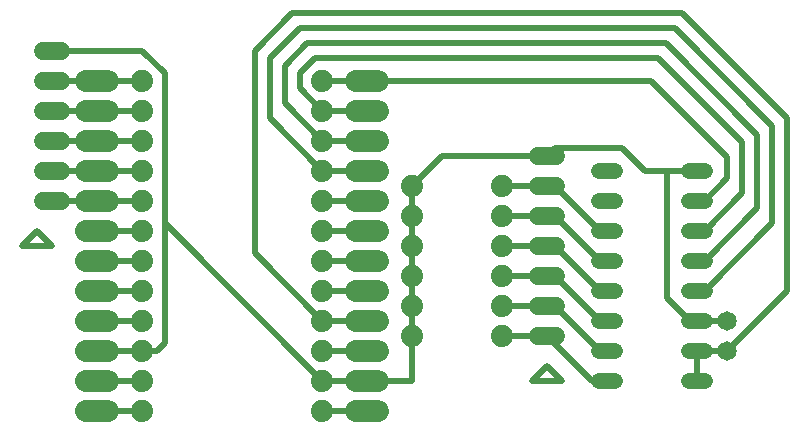
<source format=gbr>
G04 EAGLE Gerber RS-274X export*
G75*
%MOMM*%
%FSLAX34Y34*%
%LPD*%
%INBottom Copper*%
%IPPOS*%
%AMOC8*
5,1,8,0,0,1.08239X$1,22.5*%
G01*
%ADD10C,1.879600*%
%ADD11C,1.651000*%
%ADD12C,1.320800*%
%ADD13C,1.524000*%
%ADD14C,1.879600*%
%ADD15C,0.508000*%


D10*
X107950Y24130D03*
X107950Y49530D03*
X107950Y74930D03*
X107950Y100330D03*
X107950Y125730D03*
X107950Y151130D03*
X107950Y176530D03*
X107950Y201930D03*
X107950Y227330D03*
X107950Y252730D03*
X107950Y278130D03*
X107950Y303530D03*
X260350Y303530D03*
X260350Y278130D03*
X260350Y252730D03*
X260350Y227330D03*
X260350Y201930D03*
X260350Y176530D03*
X260350Y151130D03*
X260350Y125730D03*
X260350Y100330D03*
X260350Y74930D03*
X260350Y49530D03*
X260350Y24130D03*
D11*
X603250Y100330D03*
X603250Y74930D03*
D12*
X508254Y49530D02*
X495046Y49530D01*
X495046Y74930D02*
X508254Y74930D01*
X508254Y201930D02*
X495046Y201930D01*
X495046Y227330D02*
X508254Y227330D01*
X508254Y100330D02*
X495046Y100330D01*
X495046Y125730D02*
X508254Y125730D01*
X508254Y176530D02*
X495046Y176530D01*
X495046Y151130D02*
X508254Y151130D01*
X571246Y227330D02*
X584454Y227330D01*
X584454Y201930D02*
X571246Y201930D01*
X571246Y176530D02*
X584454Y176530D01*
X584454Y151130D02*
X571246Y151130D01*
X571246Y125730D02*
X584454Y125730D01*
X584454Y100330D02*
X571246Y100330D01*
X571246Y74930D02*
X584454Y74930D01*
X584454Y49530D02*
X571246Y49530D01*
D13*
X39370Y201930D02*
X24130Y201930D01*
X24130Y227330D02*
X39370Y227330D01*
X39370Y252730D02*
X24130Y252730D01*
X24130Y278130D02*
X39370Y278130D01*
X39370Y303530D02*
X24130Y303530D01*
X24130Y328930D02*
X39370Y328930D01*
X443230Y87630D02*
X458470Y87630D01*
X458470Y113030D02*
X443230Y113030D01*
X443230Y138430D02*
X458470Y138430D01*
X458470Y163830D02*
X443230Y163830D01*
X443230Y189230D02*
X458470Y189230D01*
X458470Y214630D02*
X443230Y214630D01*
X443230Y240030D02*
X458470Y240030D01*
D10*
X412750Y214630D03*
X336550Y214630D03*
X412750Y189230D03*
X336550Y189230D03*
X412750Y163830D03*
X336550Y163830D03*
X412750Y138430D03*
X336550Y138430D03*
X412750Y113030D03*
X336550Y113030D03*
X412750Y87630D03*
X336550Y87630D03*
D14*
X79248Y303530D02*
X60452Y303530D01*
X60452Y278130D02*
X79248Y278130D01*
X79248Y252730D02*
X60452Y252730D01*
X60452Y227330D02*
X79248Y227330D01*
X79248Y201930D02*
X60452Y201930D01*
X60452Y176530D02*
X79248Y176530D01*
X79248Y151130D02*
X60452Y151130D01*
X60452Y125730D02*
X79248Y125730D01*
X79248Y100330D02*
X60452Y100330D01*
X60452Y74930D02*
X79248Y74930D01*
X79248Y49530D02*
X60452Y49530D01*
X60452Y24130D02*
X79248Y24130D01*
X289052Y24130D02*
X307848Y24130D01*
X307848Y49530D02*
X289052Y49530D01*
X289052Y74930D02*
X307848Y74930D01*
X307848Y100330D02*
X289052Y100330D01*
X289052Y125730D02*
X307848Y125730D01*
X307848Y151130D02*
X289052Y151130D01*
X289052Y176530D02*
X307848Y176530D01*
X307848Y201930D02*
X289052Y201930D01*
X289052Y227330D02*
X307848Y227330D01*
X307848Y252730D02*
X289052Y252730D01*
X289052Y278130D02*
X307848Y278130D01*
X307848Y303530D02*
X289052Y303530D01*
D15*
X107950Y227330D02*
X31750Y227330D01*
X31750Y252730D02*
X107950Y252730D01*
X107950Y278130D02*
X31750Y278130D01*
X31750Y303530D02*
X107950Y303530D01*
X107950Y201930D02*
X31750Y201930D01*
X577850Y100330D02*
X603250Y100330D01*
X552450Y227330D02*
X533400Y227330D01*
X552450Y227330D02*
X577850Y227330D01*
X533400Y227330D02*
X514350Y246380D01*
X457200Y246380D01*
X450850Y240030D01*
X571500Y100330D02*
X577850Y100330D01*
X571500Y100330D02*
X552450Y119380D01*
X552450Y227330D01*
X336550Y189230D02*
X336550Y163830D01*
X336550Y189230D02*
X336550Y214630D01*
X336550Y138430D02*
X336550Y113030D01*
X336550Y49530D02*
X260350Y49530D01*
X336550Y49530D02*
X336550Y87630D01*
X336550Y113030D01*
X336550Y138430D02*
X336550Y163830D01*
X107950Y328930D02*
X31750Y328930D01*
X107950Y328930D02*
X127000Y309880D01*
X127000Y182880D02*
X127000Y81280D01*
X127000Y182880D02*
X127000Y309880D01*
X127000Y182880D02*
X260350Y49530D01*
X361950Y240030D02*
X450850Y240030D01*
X361950Y240030D02*
X336550Y214630D01*
X127000Y81280D02*
X120650Y74930D01*
X69850Y74930D01*
X577850Y74930D02*
X577850Y49530D01*
X577850Y74930D02*
X603250Y74930D01*
X260350Y100330D02*
X203200Y157480D01*
X203200Y328930D01*
X234950Y360680D01*
X565150Y360680D01*
X654050Y271780D01*
X654050Y125730D01*
X603250Y74930D01*
X298450Y100330D02*
X260350Y100330D01*
X577850Y201930D02*
X584200Y201930D01*
X603250Y220980D01*
X603250Y238760D01*
X538480Y303530D01*
X260350Y303530D01*
X584200Y125730D02*
X641350Y182880D01*
X584200Y125730D02*
X577850Y125730D01*
X641350Y182880D02*
X641350Y265430D01*
X558800Y347980D01*
X241300Y347980D01*
X215900Y322580D01*
X215900Y271780D01*
X260350Y227330D01*
X298450Y227330D01*
X584200Y151130D02*
X628650Y195580D01*
X584200Y151130D02*
X577850Y151130D01*
X628650Y195580D02*
X628650Y257810D01*
X551180Y335280D01*
X247650Y335280D01*
X228600Y316230D01*
X228600Y284480D01*
X260350Y252730D01*
X298450Y252730D01*
X584200Y176530D02*
X615950Y208280D01*
X584200Y176530D02*
X577850Y176530D01*
X615950Y208280D02*
X615950Y251460D01*
X544830Y322580D01*
X254000Y322580D01*
X241300Y309880D01*
X241300Y297180D01*
X260350Y278130D01*
X298450Y278130D01*
X495300Y74930D02*
X501650Y74930D01*
X495300Y74930D02*
X457200Y113030D01*
X450850Y113030D01*
X412750Y113030D01*
X488950Y49530D02*
X501650Y49530D01*
X488950Y49530D02*
X450850Y87630D01*
X412750Y87630D01*
X495300Y125730D02*
X501650Y125730D01*
X495300Y125730D02*
X457200Y163830D01*
X450850Y163830D01*
X412750Y163830D01*
X495300Y100330D02*
X501650Y100330D01*
X495300Y100330D02*
X457200Y138430D01*
X450850Y138430D01*
X412750Y138430D01*
X495300Y151130D02*
X501650Y151130D01*
X495300Y151130D02*
X457200Y189230D01*
X450850Y189230D01*
X412750Y189230D01*
X495300Y176530D02*
X501650Y176530D01*
X495300Y176530D02*
X457200Y214630D01*
X450850Y214630D01*
X412750Y214630D01*
X19050Y176530D02*
X6350Y163830D01*
X31750Y163830D01*
X19050Y176530D01*
X438150Y49530D02*
X450850Y62230D01*
X438150Y49530D02*
X463550Y49530D01*
X450850Y62230D01*
X107950Y100330D02*
X69850Y100330D01*
X69850Y176530D02*
X107950Y176530D01*
X107950Y151130D02*
X69850Y151130D01*
X69850Y125730D02*
X107950Y125730D01*
X107950Y49530D02*
X69850Y49530D01*
X69850Y24130D02*
X107950Y24130D01*
X260350Y24130D02*
X298450Y24130D01*
X298450Y74930D02*
X260350Y74930D01*
X260350Y125730D02*
X298450Y125730D01*
X298450Y151130D02*
X260350Y151130D01*
X260350Y176530D02*
X298450Y176530D01*
X298450Y201930D02*
X260350Y201930D01*
M02*

</source>
